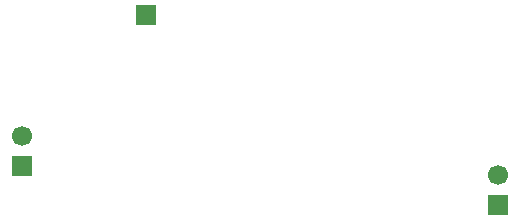
<source format=gbs>
G04 #@! TF.GenerationSoftware,KiCad,Pcbnew,9.0.4*
G04 #@! TF.CreationDate,2025-12-29T16:46:33-08:00*
G04 #@! TF.ProjectId,bikelight,62696b65-6c69-4676-9874-2e6b69636164,rev?*
G04 #@! TF.SameCoordinates,Original*
G04 #@! TF.FileFunction,Soldermask,Bot*
G04 #@! TF.FilePolarity,Negative*
%FSLAX46Y46*%
G04 Gerber Fmt 4.6, Leading zero omitted, Abs format (unit mm)*
G04 Created by KiCad (PCBNEW 9.0.4) date 2025-12-29 16:46:33*
%MOMM*%
%LPD*%
G01*
G04 APERTURE LIST*
%ADD10R,1.700000X1.700000*%
%ADD11C,1.700000*%
G04 APERTURE END LIST*
D10*
X92000000Y-75275000D03*
D11*
X92000000Y-72735000D03*
D10*
X132250000Y-78525000D03*
D11*
X132250000Y-75985000D03*
D10*
X102500000Y-62500000D03*
M02*

</source>
